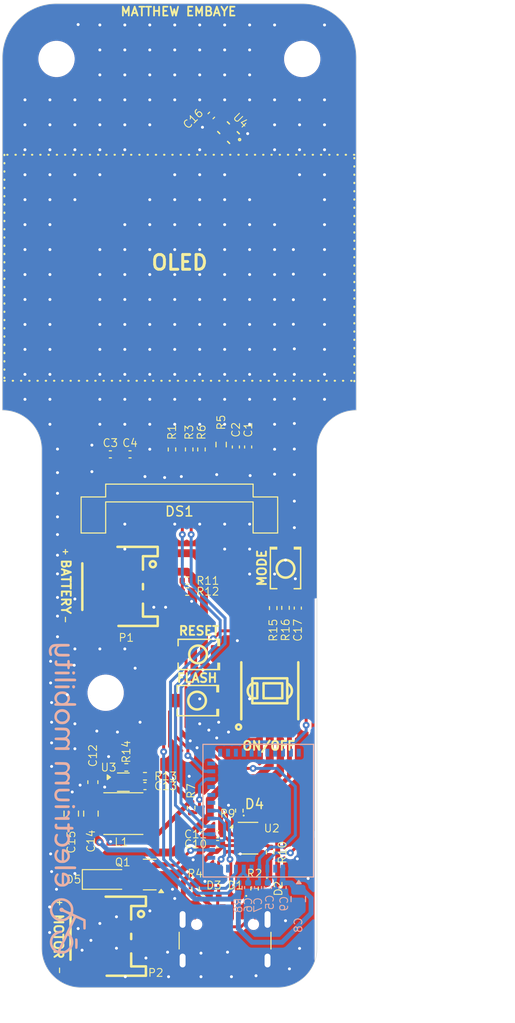
<source format=kicad_pcb>
(kicad_pcb (version 20241229) (generator "pcbnew") (generator_version "9.0")
  (layers (0 "F.Cu" signal) (2 "B.Cu" power) (13 "F.Paste" user) (15 "B.Paste" user) (5 "F.SilkS" user "F.Silkscreen") (7 "B.SilkS" user "B.Silkscreen") (1 "F.Mask" user) (3 "B.Mask" user) (25 "Edge.Cuts" user))
  (net 0 "")
  (net 1 "Net-(DS1-VDisplay)")
  (net 2 "GND")
  (net 3 "Net-(DS1-VCOMH)")
  (net 4 "Net-(DS1-C2N)")
  (net 5 "Net-(DS1-C2P)")
  (net 6 "Net-(DS1-C1N)")
  (net 7 "Net-(DS1-C1P)")
  (net 8 "/RC_Connections/RESET")
  (net 9 "+3.3V")
  (net 10 "ADC_HALLEFFECT1")
  (net 11 "ADC_BATTERYPERCENT")
  (net 12 "+USB5V")
  (net 13 "Net-(P1-Pin_1)")
  (net 14 "+VBAT")
  (net 15 "Net-(U3-BST)")
  (net 16 "Net-(U3-SW)")
  (net 17 "GPIO_MODE")
  (net 18 "USB_D+")
  (net 19 "USB_D-")
  (net 20 "Net-(D4-K)")
  (net 21 "Net-(D5-A)")
  (net 23 "Net-(DS1-Reset)")
  (net 24 "SCL_DISPLAY")
  (net 25 "Net-(DS1-IREF)")
  (net 26 "SDA_DISPLAY")
  (net 27 "Net-(J1-CC2)")
  (net 28 "Net-(J1-CC1)")
  (net 29 "GPIO_RUMBLE_CNTL")
  (net 30 "Net-(U2-STAT)")
  (net 31 "Net-(U2-PROG)")
  (net 32 "Net-(U3-FB)")
  (net 33 "Net-(R15-Pad2)")
  (net 34 "/RC_Connections/FLASH")
  (net 35 "GPIO_EN1")
  (net 41 "Net-(U1-IO8)")
  (footprint "Capacitor_SMD:C_0805_2012Metric" (layer "F.Cu") (at 114 107.3 90)
    (property "Reference" "C15")
    (property "Value" "22uF")
  )
  (footprint "MountingHole:MountingHole_3.2mm_M3" (layer "F.Cu") (at 112.5 30.5)
    (property "Reference" "H2" (hide yes))
    (property "Value" "MountingHole")
  )
  (footprint "footprints:SW-SMD_L3.9-W3.0-P4.45" (layer "F.Cu") (at 126.8 95.8)
    (property "Reference" "SW2" (hide yes))
    (property "Value" "Button")
  )
  (footprint "Capacitor_SMD:C_0402_1005Metric" (layer "F.Cu") (at 121.5 104.5 180)
    (property "Reference" "C13")
    (property "Value" "100nF")
  )
  (footprint "footprints:L_Abracon_ASPI-4030S" (layer "F.Cu") (at 119.3 107.3 180)
    (property "Reference" "L1")
    (property "Value" "3.3uH")
  )
  (footprint "Resistor_SMD:R_0603_1608Metric" (layer "F.Cu") (at 129.25 69.74 90)
    (property "Reference" "R5")
    (property "Value" "390k")
  )
  (footprint "footprints:D_0402_1005Metric" (layer "F.Cu") (at 132.635 107.5)
    (property "Reference" "D4")
    (property "Value" "LED")
  )
  (footprint "Package_TO_SOT_SMD:SOT-23" (layer "F.Cu") (at 121.985 113.5 180)
    (property "Reference" "Q1")
    (property "Value" "NMOS")
  )
  (footprint "Resistor_SMD:R_0402_1005Metric" (layer "F.Cu") (at 125.8 83.6 180)
    (property "Reference" "R11")
    (property "Value" "300")
  )
  (footprint "Capacitor_SMD:C_0603_1608Metric" (layer "F.Cu") (at 116.2 104.1 -90)
    (property "Reference" "C12")
    (property "Value" "10uF")
  )
  (footprint "Resistor_SMD:R_0402_1005Metric" (layer "F.Cu") (at 135.8 86.36 -90)
    (property "Reference" "R16")
    (property "Value" "10k")
  )
  (footprint "Resistor_SMD:R_0402_1005Metric" (layer "F.Cu") (at 134.55 86.385 90)
    (property "Reference" "R15")
    (property "Value" "10k")
  )
  (footprint "Resistor_SMD:R_0402_1005Metric" (layer "F.Cu") (at 127.25 70.24 -90)
    (property "Reference" "R6")
    (property "Value" "4.7k")
  )
  (footprint "MountingHole:MountingHole_3.2mm_M3" (layer "F.Cu") (at 117.5 95)
    (property "Reference" "H3" (hide yes))
    (property "Value" "MountingHole")
  )
  (footprint "Capacitor_SMD:C_0402_1005Metric" (layer "F.Cu") (at 119.98 70.74)
    (property "Reference" "C4")
    (property "Value" "2.2uF")
  )
  (footprint "footprints:SW-SMD_L3.9-W3.0-P4.45" (layer "F.Cu") (at 126.9 91.1)
    (property "Reference" "SW1" (hide yes))
    (property "Value" "Button")
  )
  (footprint "Package_TO_SOT_SMD:SOT-563" (layer "F.Cu") (at 119.3 104.1)
    (property "Reference" "U3")
    (property "Value" "AP62300Z6")
  )
  (footprint "Capacitor_SMD:C_0402_1005Metric" (layer "F.Cu") (at 128.25 36.25 -135)
    (property "Reference" "C16")
    (property "Value" "100nF")
  )
  (footprint "footprints:D_0402_1005Metric" (layer "F.Cu") (at 128.515 115.676295)
    (property "Reference" "D3")
    (property "Value" "6V TVS")
  )
  (footprint "footprints:CONN-SMD_2P-P2.00_XUNPU_WAFER-PH2.0-2PWB" (layer "F.Cu") (at 119.6 84.2 -90)
    (property "Reference" "P1")
    (property "Value" "JST CONN")
  )
  (footprint "footprints:D_0402_1005Metric" (layer "F.Cu") (at 133.9 114.926295 -90)
    (property "Reference" "D2")
    (property "Value" "6V TVS")
  )
  (footprint "MountingHole:MountingHole_3.2mm_M3" (layer "F.Cu") (at 137.5 30.5)
    (property "Reference" "H1" (hide yes))
    (property "Value" "MountingHole")
  )
  (footprint "Package_DFN_QFN:DFN-8-1EP_2x3mm_P0.5mm_EP0.61x2.2mm" (layer "F.Cu") (at 131.985 109.8)
    (property "Reference" "U2")
    (property "Value" "MCP73831-5-OT")
  )
  (footprint "footprints:FPC-30P-0.5mm" (layer "F.Cu") (at 125.002844 74.674494)
    (property "Reference" "DS1")
    (property "Value" "FPC 0.5mm 30P")
  )
  (footprint "footprints:CONN-SMD_2P-P2.00_XUNPU_WAFER-PH2.0-2PWB" (layer "F.Cu") (at 118.4 119.8 -90)
    (property "Reference" "P2")
    (property "Value" "JST CONN")
  )
  (footprint "Resistor_SMD:R_0402_1005Metric" (layer "F.Cu") (at 126 70.24 -90)
    (property "Reference" "R3")
    (property "Value" "4.7k")
  )
  (footprint "Capacitor_SMD:C_0402_1005Metric" (layer "F.Cu") (at 137.05 86.385 90)
    (property "Reference" "C17")
    (property "Value" "100nF")
  )
  (footprint "Resistor_SMD:R_0402_1005Metric" (layer "F.Cu") (at 126.65 114.926295 90)
    (property "Reference" "R4")
    (property "Value" "5.1k")
  )
  (footprint "footprints:SW-SMD_6P-YTSPS-22E58LM" (layer "F.Cu") (at 134.2 94.8 90)
    (property "Reference" "SW3" (hide yes))
    (property "Value" "YTSPS-22E58LM" (hide yes))
  )
  (footprint "Capacitor_SMD:C_0402_1005Metric" (layer "F.Cu") (at 132 69.99 90)
    (property "Reference" "C1")
    (property "Value" "2.2uF")
  )
  (footprint "footprints:X2SON4_DMR_TEX" (layer "F.Cu") (at 130 38 -45)
    (property "Reference" "U4")
    (property "Value" "TMAG5253")
  )
  (footprint "Capacitor_SMD:C_0402_1005Metric" (layer "F.Cu") (at 117.98 70.74)
    (property "Reference" "C3")
    (property "Value" "2.2uF")
  )
  (footprint "footprints:SW-SMD_L3.9-W3.0-P4.45" (layer "F.Cu") (at 135.8 82.385 90)
    (property "Reference" "SW4" (hide yes))
    (property "Value" "Button")
  )
  (footprint "Resistor_SMD:R_0402_1005Metric" (layer "F.Cu") (at 125.8 84.7)
    (property "Reference" "R12")
    (property "Value" "1.1k")
  )
  (footprint "Resistor_SMD:R_0402_1005Metric" (layer "F.Cu") (at 126.2 106.7 -90)
    (property "Reference" "R7")
    (property "Value" "10k")
  )
  (footprint "Resistor_SMD:R_0402_1005Metric" (layer "F.Cu") (at 134.235 111.25 -90)
    (property "Reference" "R10")
    (property "Value" "2k")
  )
  (footprint "Resistor_SMD:R_0402_1005Metric" (layer "F.Cu") (at 121.5 103.5 180)
    (property "Reference" "R13")
    (property "Value" "31.6k")
  )
  (footprint "Capacitor_SMD:C_0402_1005Metric" (layer "F.Cu") (at 130.75 69.99 90)
    (property "Reference" "C2")
    (property "Value" "2.2uF")
  )
  (footprint "footprints:D_0402_1005Metric" (layer "F.Cu") (at 130.715 115.676295 180)
    (property "Reference" "D1")
    (property "Value" "6V TVS")
  )
  (footprint "Resistor_SMD:R_0402_1005Metric" (layer "F.Cu") (at 132.65 114.926295 90)
    (property "Reference" "R2")
    (property "Value" "5.1k")
  )
  (footprint "Capacitor_SMD:C_0402_1005Metric" (layer "F.Cu") (at 128.9 110.4 180)
    (property "Reference" "C10")
    (property "Value" "4.7uF")
  )
  (footprint "Capacitor_SMD:C_0805_2012Metric" (layer "F.Cu") (at 116 107.3 90)
    (property "Reference" "C14")
    (property "Value" "22uF")
  )
  (footprint "Diode_SMD:D_SOD-123" (layer "F.Cu") (at 117.485 114)
    (property "Reference" "D5")
    (property "Value" "D_Schottky")
  )
  (footprint "Capacitor_SMD:C_0402_1005Metric" (layer "F.Cu") (at 128.88 109.4 180)
    (property "Reference" "C11")
    (property "Value" "4.7uF")
  )
  (footprint "Resistor_SMD:R_0402_1005Metric" (layer "F.Cu") (at 119.6 102.6 180)
    (property "Reference" "R14")
    (property "Value" "10k")
  )
  (footprint "Connector_USB:USB_C_Receptacle_GCT_USB4105-xx-A_16P_TopMnt_Horizontal" (layer "F.Cu") (at 129.65 121.176295)
    (property "Reference" "J1" (hide yes))
    (property "Value" "USB_C_Receptacle_USB2.0_14P")
  )
  (footprint "Resistor_SMD:R_0402_1005Metric" (layer "F.Cu") (at 124.25 70.24 -90)
    (property "Reference" "R1")
    (property "Value" "4.7k")
  )
  (footprint "Resistor_SMD:R_0402_1005Metric" (layer "F.Cu") (at 131.1 107 90)
    (property "Reference" "R9")
    (property "Value" "470")
  )
  (footprint "Capacitor_SMD:C_0402_1005Metric" (layer "B.Cu") (at 132 114.83 -90)
    (property "Reference" "C6")
    (property "Value" "100nF")
  )
  (footprint "Resistor_SMD:R_0402_1005Metric" (layer "B.Cu") (at 131 114.85 90)
    (property "Reference" "R8")
    (property "Value" "10k")
  )
  (footprint "Capacitor_SMD:C_0805_2012Metric" (layer "B.Cu") (at 137.1 116 -90)
    (property "Reference" "C8")
    (property "Value" "22uF")
  )
  (footprint "LOGO" (layer "B.Cu") (at 113.5 105.7 90)
    (property "Reference" "G***" (hide yes))
    (property "Value" "LOGO" (hide yes))
  )
  (footprint "Capacitor_SMD:C_0402_1005Metric" (layer "B.Cu") (at 135.5 114.83 -90)
    (property "Reference" "C9")
    (property "Value" "100nF")
  )
  (footprint "Capacitor_SMD:C_0402_1005Metric" (layer "B.Cu") (at 133 114.83 -90)
    (property "Reference" "C7")
    (property "Value" "100nF")
  )
  (footprint "Capacitor_SMD:C_0402_1005Metric" (layer "B.Cu") (at 134 114.83 -90)
    (property "Reference" "C5")
    (property "Value" "100nF")
  )
  (footprint "RF_Module:ESP32-C6-MINI-1" (layer "B.Cu") (at 133.15 107 90)
    (property "Reference" "U1" (hide yes))
    (property "Value" "ESP32-C6-MINI-1")
  )
  (gr_line (start 142.8 63.3) (end 142.8 40.3) (stroke (width 0.2) (type dot)) (layer "F.SilkS"))
  (gr_line (start 107.2 63.25) (end 142.8 63.25) (stroke (width 0.2) (type dot)) (layer "F.SilkS"))
  (gr_line (start 142.8 40.25) (end 107.2 40.25) (stroke (width 0.2) (type dot)) (layer "F.SilkS"))
  (gr_line (start 107.2 40.25) (end 107.2 63.25) (stroke (width 0.2) (type dot)) (layer "F.SilkS"))
  (gr_line (start 139 70.25) (end 139 121) (stroke (width 0.05)) (layer "Edge.Cuts"))
  (gr_arc (start 137.499999 24.874999) (mid 141.389087 26.485912) (end 143 30.375) (stroke (width 0.05)) (layer "Edge.Cuts"))
  (gr_arc (start 139 121) (mid 137.828427 123.828427) (end 135 125) (stroke (width 0.05)) (layer "Edge.Cuts"))
  (gr_arc (start 139 70.25) (mid 140.171573 67.421573) (end 143 66.25) (stroke (width 0.05)) (layer "Edge.Cuts"))
  (gr_arc (start 107 66.25) (mid 109.828427 67.421573) (end 111 70.25) (stroke (width 0.05)) (layer "Edge.Cuts"))
  (gr_line (start 111 121) (end 111 70.25) (stroke (width 0.05)) (layer "Edge.Cuts"))
  (gr_line (start 135 125) (end 115 125) (stroke (width 0.05)) (layer "Edge.Cuts"))
  (gr_line (start 143 30.375) (end 143 66.25) (stroke (width 0.05)) (layer "Edge.Cuts"))
  (gr_arc (start 115 125) (mid 112.171573 123.828427) (end 111 121) (stroke (width 0.05)) (layer "Edge.Cuts"))
  (gr_arc (start 107 30.375) (mid 108.610913 26.485913) (end 112.5 24.875) (stroke (width 0.05)) (layer "Edge.Cuts"))
  (gr_line (start 112.5 24.875) (end 137.5 24.875) (stroke (width 0.05)) (layer "Edge.Cuts"))
  (gr_line (start 107 66.25) (end 107 30.375) (stroke (width 0.05)) (layer "Edge.Cuts"))
  (gr_text "+" (at 112.5 115.9 270) (layer "F.SilkS") (effects (font (size 0.6 0.6) (thickness 0.12) (bold yes)) (justify left bottom)))
  (gr_text "MATTHEW EMBAYE" (at 130.9 26.2 0) (layer "F.SilkS") (effects (font (size 0.9 0.9) (thickness 0.18) (bold yes)) (justify right bottom)))
  (gr_text "ON/OFF" (at 134.1 100.4 0) (layer "F.SilkS") (effects (font (size 0.9 0.9) (thickness 0.2))))
  (gr_text "-" (at 113.1 87.1 270) (layer "F.SilkS") (effects (font (size 0.6 0.6) (thickness 0.12) (bold yes)) (justify left bottom)))
  (gr_text "MODE" (at 133.4 82.3 90) (layer "F.SilkS") (effects (font (size 0.9 0.9) (thickness 0.2))))
  (gr_text "MOTOR" (at 112.7 119.8 270) (layer "F.SilkS") (effects (font (size 0.9 0.9) (thickness 0.2))))
  (gr_text "BATTERY" (at 113.451866 84.206002 270) (layer "F.SilkS") (effects (font (size 0.9 0.9) (thickness 0.2))))
  (gr_text "OLED" (at 122 52.1 0) (layer "F.SilkS") (effects (font (size 1.5 1.5) (thickness 0.3) (bold yes)) (justify left bottom)))
  (gr_text "+" (at 113.1 80.2 270) (layer "F.SilkS") (effects (font (size 0.6 0.6) (thickness 0.12) (bold yes)) (justify left bottom)))
  (gr_text "FLASH" (at 126.8 93.5 0) (layer "F.SilkS") (effects (font (size 0.9 0.9) (thickness 0.2))))
  (gr_text "-" (at 112.5 122.8 270) (layer "F.SilkS") (effects (font (size 0.6 0.6) (thickness 0.12) (bold yes)) (justify left bottom)))
  (gr_text "RESET" (at 127 88.7 0) (layer "F.SilkS") (effects (font (size 0.9 0.9) (thickness 0.2))))
  (segment (start 131.252844 74.674494) (end 131.252844 71.217156) (width 0.3) (layer "F.Cu") (net 1))
  (segment (start 131.252844 71.217156) (end 132 70.47) (width 0.3) (layer "F.Cu") (net 1))
  (segment (start 132.252844 72.952844) (end 132.2 72.9) (width 0.3) (layer "F.Cu") (net 2))
  (segment (start 128.752844 72.847156) (end 128.8 72.8) (width 0.3) (layer "F.Cu") (net 2))
  (segment (start 125.905 117.496295) (end 125.33 118.071295) (width 0.5) (layer "F.Cu") (net 2))
  (segment (start 122.252844 74.674494) (end 122.252844 73.752844) (width 0.3) (layer "F.Cu") (net 2))
  (segment (start 125.252844 73.052844) (end 125.2 73) (width 0.3) (layer "F.Cu") (net 2))
  (segment (start 130.524904 109.55) (end 129.8 108.825096) (width 0.3) (layer "F.Cu") (net 2))
  (segment (start 132.85 117.496295) (end 133.395 117.496295) (width 0.5) (layer "F.Cu") (net 2))
  (segment (start 126.45 117.496295) (end 125.905 117.496295) (width 0.5) (layer "F.Cu") (net 2))
  (segment (start 118.5875 104.6) (end 117.4 104.6) (width 0.2) (layer "F.Cu") (net 2))
  (segment (start 133.395 117.496295) (end 133.97 118.071295) (width 0.5) (layer "F.Cu") (net 2))
  (segment (start 122.252844 73.752844) (end 121.5 73) (width 0.3) (layer "F.Cu") (net 2))
  (segment (start 131.045 109.55) (end 130.524904 109.55) (width 0.3) (layer "F.Cu") (net 2))
  (segment (start 129.8 106.65) (end 130 106.45) (width 0.3) (layer "F.Cu") (net 2))
  (segment (start 129.8 108.825096) (end 129.8 106.65) (width 0.3) (layer "F.Cu") (net 2))
  (segment (start 132.675 114.441295) (end 132.65 114.416295) (width 0.5) (layer "F.Cu") (net 2))
  (via (at 124.53 67.68) (size 0.7) (drill 0.3) (layers "F.Cu" "B.Cu") (net 2))
  (via (at 119.45 80.38) (size 0.7) (drill 0.3) (layers "F.Cu" "B.Cu") (net 2))
  (via (at 109.29 57.52) (size 0.7) (drill 0.3) (layers "F.Cu" "B.Cu") (net 2))
  (via (at 114.37 113.4) (size 0.7) (drill 0.3) (layers "F.Cu" "B.Cu") (net 2))
  (via (at 109.29 54.98) (size 0.7) (drill 0.3) (layers "F.Cu" "B.Cu") (net 2))
  (via (at 129.61 67.68) (size 0.7) (drill 0.3) (layers "F.Cu" "B.Cu") (net 2))
  (via (at 121.99 49.9) (size 0.7) (drill 0.3) (layers "F.Cu" "B.Cu") (net 2))
  (via (at 132.15 62.6) (size 0.7) (drill 0.3) (layers "F.Cu" "B.Cu") (net 2))
  (via (at 121.99 70.22) (size 0.7) (drill 0.3) (layers "F.Cu" "B.Cu") (net 2))
  (via (at 139.77 39.74) (size 0.7) (drill 0.3) (layers "F.Cu" "B.Cu") (net 2))
  (via (at 124.53 54.98) (size 0.7) (drill 0.3) (layers "F.Cu" "B.Cu") (net 2))
  (via (at 114.37 90.54) (size 0.7) (drill 0.3) (layers "F.Cu" "B.Cu") (net 2))
  (via (at 116.1 72.5) (size 0.7) (drill 0.3) (layers "F.Cu" "B.Cu") (net 2))
  (via (at 116.91 65.14) (size 0.7) (drill 0.3) (layers "F.Cu" "B.Cu") (net 2))
  (via (at 121.99 47.36) (size 0.7) (drill 0.3) (layers "F.Cu" "B.Cu") (net 2))
  (via (at 137.23 34.66) (size 0.7) (drill 0.3) (layers "F.Cu" "B.Cu") (net 2))
  (via (at 122.4 86.3) (size 0.7) (drill 0.3) (layers "F.Cu" "B.Cu") (net 2))
  (via (at 136.7 67.6) (size 0.7) (drill 0.3) (layers "F.Cu" "B.Cu") (net 2))
  (via (at 126.105025 99.894975) (size 0.7) (drill 0.3) (layers "F.Cu" "B.Cu") (net 2))
  (via (at 129.61 80.38) (size 0.7) (drill 0.3) (layers "F.Cu" "B.Cu") (net 2))
  (via (at 134.69 82.92) (size 0.7) (drill 0.3) (layers "F.Cu" "B.Cu") (net 2))
  (via (at 121.99 54.98) (size 0.7) (drill 0.3) (layers "F.Cu" "B.Cu") (net 2))
  (via (at 121.99 65.14) (size 0.7) (drill 0.3) (layers "F.Cu" "B.Cu") (net 2))
  (via (at 139.77 52.44) (size 0.7) (drill 0.3) (layers "F.Cu" "B.Cu") (net 2))
  (via (at 114.9 104.4) (size 0.7) (drill 0.3) (layers "F.Cu" "B.Cu") (net 2))
  (via (at 109.29 60.06) (size 0.7) (drill 0.3) (layers "F.Cu" "B.Cu") (net 2))
  (via (at 129.61 57.52) (size 0.7) (drill 0.3) (layers "F.Cu" "B.Cu") (net 2))
  (via (at 112.6 70.2) (size 0.7) (drill 0.3) (layers "F.Cu" "B.Cu") (net 2))
  (via (at 136.8 83.4) (size 0.7) (drill 0.3) (layers "F.Cu" "B.Cu") (net 2))
  (via (at 134.69 37.2) (size 0.7) (drill 0.3) (layers "F.Cu" "B.Cu") (net 2))
  (via (at 111.83 57.52) (size 0.7) (drill 0.3) (layers "F.Cu" "B.Cu") (net 2))
  (via (at 127.07 39.74) (size 0.7) (drill 0.3) (layers "F.Cu" "B.Cu") (net 2))
  (via (at 124.53 60.06) (size 0.7) (drill 0.3) (layers "F.Cu" "B.Cu") (net 2))
  (via (at 123.9 123.9) (size 0.7) (drill 0.3) (layers "F.Cu" "B.Cu") (net 2))
  (via (at 136.6 52.4) (size 0.7) (drill 0.3) (layers "F.Cu" "B.Cu") (net 2))
  (via (at 116.91 57.52) (size 0.7) (drill 0.3) (layers "F.Cu" "B.Cu") (net 2))
  (via (at 132.15 80.38) (size 0.7) (drill 0.3) (layers "F.Cu" "B.Cu") (net 2))
  (via (at 119.45 90.54) (size 0.7) (drill 0.3) (layers "F.Cu" "B.Cu") (net 2))
  (via (at 136.7 72.8) (size 0.7) (drill 0.3) (layers "F.Cu" "B.Cu") (net 2))
  (via (at 134.69 67.68) (size 0.7) (drill 0.3) (layers "F.Cu" "B.Cu") (net 2))
  (via (at 114.37 85.46) (size 0.7) (drill 0.3) (layers "F.Cu" "B.Cu") (net 2))
  (via (at 112.6 87.2) (size 0.7) (drill 0.3) (layers "F.Cu" "B.Cu") (net 2))
  (via (at 124.3 115) (size 0.7) (drill 0.3) (layers "F.Cu" "B.Cu") (net 2))
  (via (at 130 106.45) (size 0.7) (drill 0.3) (layers "F.Cu" "B.Cu") (net 2))
  (via (at 139.77 65.14) (size 0.7) (drill 0.3) (layers "F.Cu" "B.Cu") (net 2))
  (via (at 109.29 34.66) (size 0.7) (drill 0.3) (layers "F.Cu" "B.Cu") (net 2))
  (via (at 116 120.2) (size 0.7) (drill 0.3) (layers "F.Cu" "B.Cu") (net 2))
  (via (at 119.45 65.14) (size 0.7) (drill 0.3) (layers "F.Cu" "B.Cu") (net 2))
  (via (at 116.91 67.68) (size 0.7) (drill 0.3) (layers "F.Cu" "B.Cu") (net 2))
  (via (at 136.7 60) (size 0.7) (drill 0.3) (layers "F.Cu" "B.Cu") (net 2))
  (via (at 111.8 116.8) (size 0.7) (drill 0.3) (layers "F.Cu" "B.Cu") (net 2))
  (via (at 139.77 57.52) (size 0.7) (drill 0.3) (layers "F.Cu" "B.Cu") (net 2))
  (via (at 136.6 57.5) (size 0.7) (drill 0.3) (layers "F.Cu" "B.Cu") (net 2))
  (via (at 132.2 72.9) (size 0.7) (drill 0.3) (layers "F.Cu" "B.Cu") (net 2))
  (via (at 119.45 39.74) (size 0.7) (drill 0.3) (layers "F.Cu" "B.Cu") (net 2))
  (via (at 116.1 69.8) (size 0.7) (drill 0.3) (layers "F.Cu" "B.Cu") (net 2))
  (via (at 132.15 60.06) (size 0.7) (drill 0.3) (layers "F.Cu" "B.Cu") (net 2))
  (via (at 116.91 90.54) (size 0.7) (drill 0.3) (layers "F.Cu" "B.Cu") (net 2))
  (via (at 130.3 123.9) (size 0.7) (drill 0.3) (layers "F.Cu" "B.Cu") (net 2))
  (via (at 114.7 119) (size 0.7) (drill 0.3) (layers "F.Cu" "B.Cu") (net 2))
  (via (at 114.3 92.2) (size 0.7) (drill 0.3) (layers "F.Cu" "B.Cu") (net 2))
  (via (at 112 102.5) (size 0.7) (drill 0.3) (layers "F.Cu" "B.Cu") (net 2))
  (via (at 124.53 57.52) (size 0.7) (drill 0.3) (layers "F.Cu" "B.Cu") (net 2))
  (via (at 129.61 54.98) (size 0.7) (drill 0.3) (layers "F.Cu" "B.Cu") (net 2))
  (via (at 123.8 121.4) (size 0.7) (drill 0.3) (layers "F.Cu" "B.Cu") (net 2))
  (via (at 121.5 73) (size 0.7) (drill 0.3) (layers "F.Cu" "B.Cu") (net 2))
  (via (at 128 98.8) (size 0.7) (drill 0.3) (layers "F.Cu" "B.Cu") (net 2))
  (via (at 124.53 47.36) (size 0.7) (drill 0.3) (layers "F.Cu" "B.Cu") (net 2))
  (via (at 116.91 49.9) (size 0.7) (drill 0.3) (layers "F.Cu" "B.Cu") (net 2))
  (via (at 112.6 89.3) (size 0.7) (drill 0.3) (layers "F.Cu" "B.Cu") (net 2))
  (via (at 121.99 60.06) (size 0.7) (drill 0.3) (layers "F.Cu" "B.Cu") (net 2))
  (via (at 111.83 34.66) (size 0.7) (drill 0.3) (layers "F.Cu" "B.Cu") (net 2))
  (via (at 134.69 54.98) (size 0.7) (drill 0.3) (layers "F.Cu" "B.Cu") (net 2))
  (via (at 124.53 52.44) (size 0.7) (drill 0.3) (layers "F.Cu" "B.Cu") (net 2))
  (via (at 113.6 95.2) (size 0.7) (drill 0.3) (layers "F.Cu" "B.Cu") (net 2))
  (via (at 114.1 105.1) (size 0.7) (drill 0.3) (layers "F.Cu" "B.Cu") (net 2))
  (via (at 136.6 55) (size 0.7) (drill 0.3) (layers "F.Cu" "B.Cu") (net 2))
  (via (at 121.99 27.04) (size 0.7) (drill 0.3) (layers "F.Cu" "B.Cu") (net 2))
  (via (at 121.99 62.6) (size 0.7) (drill 0.3) (layers "F.Cu" "B.Cu") (net 2))
  (via (at 132.8 123.8) (size 0.7) (drill 0.3) (layers "F.Cu" "B.Cu") (net 2))
  (via (at 111.83 44.82) (size 0.7) (drill 0.3) (layers "F.Cu" "B.Cu") (net 2))
  (via (at 123.5 73.1) (size 0.7) (drill 0.3) (layers "F.Cu" "B.Cu") (net 2))
  (via (at 132.15 57.52) (size 0.7) (drill 0.3) (layers "F.Cu" "B.Cu") (net 2))
  (via (at 127.2 123.9) (size 0.7) (drill 0.3) (layers "F.Cu" "B.Cu") (net 2))
  (via (at 112.6 81) (size 0.7) (drill 0.3) (layers "F.Cu" "B.Cu") (net 2))
  (via (at 121.99 34.66) (size 0.7) (drill 0.3) (layers "F.Cu" "B.Cu") (net 2))
  (via (at 124.53 42.28) (size 0.7) (drill 0.3) (layers "F.Cu" "B.Cu") (net 2))
  (via (at 132.15 29.58) (size 0.7) (drill 0.3) (layers "F.Cu" "B.Cu") (net 2))
  (via (at 127.07 77.84) (size 0.7) (drill 0.3) (layers "F.Cu" "B.Cu") (net 2))
  (via (at 139.77 44.82) (size 0.7) (drill 0.3) (layers "F.Cu" "B.Cu") (net 2))
  (via (at 127.07 47.36) (size 0.7) (drill 0.3) (layers "F.Cu" "B.Cu") (net 2))
  (via (at 129.61 34.66) (size 0.7) (drill 0.3) (layers "F.Cu" "B.Cu") (net 2))
  (via (at 111.83 54.98) (size 0.7) (drill 0.3) (layers "F.Cu" "B.Cu") (net 2))
  (via (at 139.77 34.66) (size 0.7) (drill 0.3) (layers "F.Cu" "B.Cu") (net 2))
  (via (at 136.7 62.6) (size 0.7) (drill 0.3) (layers "F.Cu" "B.Cu") (net 2))
  (via (at 109.29 42.28) (size 0.7) (drill 0.3) (layers "F.Cu" "B.Cu") (net 2))
  (via (at 129.61 27.04) (size 0.7) (drill 0.3) (layers "F.Cu" "B.Cu") (net 2))
  (via (at 111.83 47.36) (size 0.7) (drill 0.3) (layers "F.Cu" "B.Cu") (net 2))
  (via (at 132.15 32.12) (size 0.7) (drill 0.3) (layers "F.Cu" "B.Cu") (net 2))
  (via (at 112.6 77.1) (size 0.7) (drill 0.3) (layers "F.Cu" "B.Cu") (net 2))
  (via (at 121.99 29.58) (size 0.7) (drill 0.3) (layers "F.Cu" "B.Cu") (net 2))
  (via (at 114.37 34.66) (size 0.7) (drill 0.3) (layers "F.Cu" "B.Cu") (net 2))
  (via (at 121.99 57.52) (size 0.7) (drill 0.3) (layers "F.Cu" "B.Cu") (net 2))
  (via (at 119.45 52.44) (size 0.7) (drill 0.3) (layers "F.Cu" "B.Cu") (net 2))
  (via (at 129.61 60.06) (size 0.7) (drill 0.3) (layers "F.Cu" "B.Cu") (net 2))
  (via (at 112 113.2) (size 0.7) (drill 0.3) (layers "F.Cu" "B.Cu") (net 2))
  (via (at 112 100.1) (size 0.7) (drill 0.3) (layers "F.Cu" "B.Cu") (net 2))
  (via (at 135.8 81.5) (size 0.7) (drill 0.3) (layers "F.Cu" "B.Cu") (net 2))
  (via (at 132.15 82.92) (size 0.7) (drill 0.3) (layers "F.Cu" "B.Cu") (net 2))
  (via (at 118.7 99) (size 0.7) (drill 0.3) (layers "F.Cu" "B.Cu") (net 2))
  (via (at 111.83 60.06) (size 0.7) (drill 0.3) (layers "F.Cu" "B.Cu") (net 2))
  (via (at 132.15 54.98) (size 0.7) (drill 0.3) (layers "F.Cu" "B.Cu") (net 2))
  (via (at 111.83 49.9) (size 0.7) (drill 0.3) (layers "F.Cu" "B.Cu") (net 2))
  (via (at 116.91 32.12) (size 0.7) (drill 0.3) (layers "F.Cu" "B.Cu") (net 2))
  (via (at 124.53 44.82) (size 0.7) (drill 0.3) (layers "F.Cu" "B.Cu") (net 2))
  (via (at 139.77 42.28) (size 0.7) (drill 0.3) (layers "F.Cu" "B.Cu") (net 2))
  (via (at 116.91 29.58) (size 0.7) (drill 0.3) (layers "F.Cu" "B.Cu") (net 2))
  (via (at 126 103.5) (size 0.7) (drill 0.3) (layers "F.Cu" "B.Cu") (net 2))
  (via (at 134.69 62.6) (size 0.7) (drill 0.3) (layers "F.Cu" "B.Cu") (net 2))
  (via (at 109.29 52.44) (size 0.7) (drill 0.3) (layers "F.Cu" "B.Cu") (net 2))
  (via (at 127.07 65.14) (size 0.7) (drill 0.3) (layers "F.Cu" "B.Cu") (net 2))
  (via (at 119.45 47.36) (size 0.7) (drill 0.3) (layers "F.Cu" "B.Cu") (net 2))
  (via (at 111.8 119.4) (size 0.7) (drill 0.3) (layers "F.Cu" "B.Cu") (net 2))
  (via (at 119.45 29.58) (size 0.7) (drill 0.3) (layers "F.Cu" "B.Cu") (net 2))
  (via (at 111.9 94) (size 0.7) (drill 0.3) (layers "F.Cu" "B.Cu") (net 2))
  (via (at 124.53 62.6) (size 0.7) (drill 0.3) (layers "F.Cu" "B.Cu") (net 2))
  (via (at 139.77 37.2) (size 0.7) (drill 0.3) (layers "F.Cu" "B.Cu") (net 2))
  (via (at 115.1 121.2) (size 0.7) (drill 0.3) (layers "F.Cu" "B.Cu") (net 2))
  (via (at 109.29 37.2) (size 0.7) (drill 0.3) (layers "F.Cu" "B.Cu") (net 2))
  (via (at 109.29 62.6) (size 0.7) (drill 0.3) (layers "F.Cu" "B.Cu") (net 2))
  (via (at 111.9 91.8) (size 0.7) (drill 0.3) (layers "F.Cu" "B.Cu") (net 2))
  (via (at 111.83 39.74) (size 0.7) (drill 0.3) (layers "F.Cu" "B.Cu") (net 2))
  (via (at 116.91 27.04) (size 0.7) (drill 0.3) (layers "F.Cu" "B.Cu") (net 2))
  (via (at 116.91 60.06) (size 0.7) (drill 0.3) (layers "F.Cu" "B.Cu") (net 2))
  (via (at 139.77 27.04) (size 0.7) (drill 0.3) (layers "F.Cu" "B.Cu") (net 2))
  (via (at 135.8 118.2) (size 0.7) (drill 0.3) (layers "F.Cu" "B.Cu") (net 2))
  (via (at 129.61 47.36) (size 0.7) (drill 0.3) (layers "F.Cu" "B.Cu") (net 2))
  (via (at 127.07 42.28) (size 0.7) (drill 0.3) (layers "F.Cu" "B.Cu") (net 2))
  (via (at 116.91 62.6) (size 0.7) (drill 0.3) (layers "F.Cu" "B.Cu") (net 2))
  (via (at 134.69 72.76) (size 0.7) (drill 0.3) (layers "F.Cu" "B.Cu") (net 2))
  (via (at 129.61 29.58) (size 0.7) (drill 0.3) (layers "F.Cu" "B.Cu") (net 2))
  (via (at 136.7 75.5) (size 0.7) (drill 0.3) (layers "F.Cu" "B.Cu") (net 2))
  (via (at 129.61 49.9) (size 0.7) (drill 0.3) (layers "F.Cu" "B.Cu") (net 2))
  (via (at 138.1 113.9) (size 0.7) (drill 0.3) (layers "F.Cu" "B.Cu") (net 2))
  (via (at 132.15 47.36) (size 0.7) (drill 0.3) (layers "F.Cu" "B.Cu") (net 2))
  (via (at 119.45 34.66) (size 0.7) (drill 0.3) (layers "F.Cu" "B.Cu") (net 2))
  (via (at 119.45 60.06) (size 0.7) (drill 0.3) (layers "F.Cu" "B.Cu") (net 2))
  (via (at 129.61 65.14) (size 0.7) (drill 0.3) (layers "F.Cu" "B.Cu") (net 2))
  (via (at 130 99) (size 0.7) (drill 0.3) (layers "F.Cu" "B.Cu") (net 2))
  (via (at 119.45 67.68) (size 0.7) (drill 0.3) (layers "F.Cu" "B.Cu") (net 2))
  (via (at 119.45 37.2) (size 0.7) (drill 0.3) (layers "F.Cu" "B.Cu") (net 2))
  (via (at 121.99 44.82) (size 0.7) (drill 0.3) (layers "F.Cu" "B.Cu") (net 2))
  (via (at 116.91 118.48) (size 0.7) (drill 0.3) (layers "F.Cu" "B.Cu") (net 2))
  (via (at 111.83 67.68) (size 0.7) (drill 0.3) (layers "F.Cu" "B.Cu") (net 2))
  (via (at 134.69 47.36) (size 0.7) (drill 0.3) (layers "F.Cu" "B.Cu") (net 2))
  (via (at 124.53 65.14) (size 0.7) (drill 0.3) (layers "F.Cu" "B.Cu") (net 2))
  (via (at 121.99 52.44) (size 0.7) (drill 0.3) (layers "F.Cu" "B.Cu") (net 2))
  (via (at 118.6 121) (size 0.7) (drill 0.3) (layers "F.Cu" "B.Cu") (net 2))
  (via (at 137.23 121.02) (size 0.7) (drill 0.3) (layers "F.Cu" "B.Cu") (net 2))
  (via (at 119.45 57.52) (size 0.7) (drill 0.3) (layers "F.Cu" "B.Cu") (net 2))
  (via (at 134.69 27.04) (size 0.7) (drill 0.3) (layers "F.Cu" "B.Cu") (net 2))
  (via (at 114.37 44.82) (size 0.7) (drill 0.3) (layers "F.Cu" "B.Cu") (net 2))
  (via (at 132.15 34.66) (size 0.7) (drill 0.3) (layers "F.Cu" "B.Cu") (net 2))
  (via (at 109.29 44.82) (size 0.7) (drill 0.3) (layers "F.Cu" "B.Cu") (net 2))
  (via (at 111.83 52.44) (size 0.7) (drill 0.3) (layers "F.Cu" "B.Cu") (net 2))
  (via (at 122 117.2) (size 0.7) (drill 0.3) (layers "F.Cu" "B.Cu") (net 2))
  (via (at 121.99 37.2) (size 0.7) (drill 0.3) (layers "F.Cu" "B.Cu") (net 2))
  (via (at 112 96) (size 0.7) (drill 0.3) (layers "F.Cu" "B.Cu") (net 2))
  (via (at 127.07 27.04) (size 0.7) (drill 0.3) (layers "F.Cu" "B.Cu") (net 2))
  (via (at 109.29 65.14) (size 0.7) (drill 0.3) (layers "F.Cu" "B.Cu") (net 2))
  (via (at 109.29 49.9) (size 0.7) (drill 0.3) (layers "F.Cu" "B.Cu") (net 2))
  (via (at 139.77 54.98) (size 0.7) (drill 0.3) (layers "F.Cu" "B.Cu") (net 2))
  (via (at 137 111.9) (size 0.7) (drill 0.3) (layers "F.Cu" "B.Cu") (net 2))
  (via (at 134.69 70.22) (size 0.7) (drill 0.3) (layers "F.Cu" "B.Cu") (net 2))
  (via (at 127.07 49.9) (size 0.7) (drill 0.3) (layers "F.Cu" "B.Cu") (net 2))
  (via (at 127.07 54.98) (size 0.7) (drill 0.3) (layers "F.Cu" "B.Cu") (net 2))
  (via (at 112.6 78.9) (size 0.7) (drill 0.3) (layers "F.Cu" "B.Cu") (net 2))
  (via (at 114.37 39.74) (size 0.7) (drill 0.3) (layers "F.Cu" "B.Cu") (net 2))
  (via (at 127.07 34.66) (size 0.7) (drill 0.3) (layers "F.Cu" "B.Cu") (net 2))
  (via (at 109.29 47.36) (size 0.7) (drill 0.3) (layers "F.Cu" "B.Cu") (net 2))
  (via (at 129.61 77.84) (size 0.7) (drill 0.3) (layers "F.Cu" "B.Cu") (net 2))
  (via (at 128.8 72.8) (size 0.7) (drill 0.3) (layers "F.Cu" "B.Cu") (net 2))
  (via (at 127.07 62.6) (size 0.7) (drill 0.3) (layers "F.Cu" "B.Cu") (net 2))
  (via (at 127.2 121.5) (size 0.7) (drill 0.3) (layers "F.Cu" "B.Cu") (net 2))
  (via (at 114.37 42.28) (size 0.7) (drill 0.3) (layers "F.Cu" "B.Cu") (net 2))
  (via (at 139.77 47.36) (size 0.7) (drill 0.3) (layers "F.Cu" "B.Cu") (net 2))
  (via (at 139.77 60.06) (size 0.7) (drill 0.3) (layers "F.Cu" "B.Cu") (net 2))
  (via (at 117.4 104.6) (size 0.7) (drill 0.3) (layers "F.Cu" "B.Cu") (net 2))
  (via (at 119.45 49.9) (size 0.7) (drill 0.3) (layers "F.Cu" "B.Cu") (net 2))
  (via (at 118.6 117.8) (size 0.7) (drill 0.3) (layers "F.Cu" "B.Cu") (net 2))
  (via (at 124.53 27.04) (size 0.7) (drill 0.3) (layers "F.Cu" "B.Cu") (net 2))
  (via (at 127.35 37.45) (size 0.7) (drill 0.3) (layers "F.Cu" "B.Cu") (net 2))
  (via (at 128.8 99.6) (size 0.7) (drill 0.3) (layers "F.Cu" "B.Cu") (net 2))
  (via (at 134.69 52.44) (size 0.7) (drill 0.3) (layers "F.Cu" "B.Cu") (net 2))
  (via (at 121.99 67.68) (size 0.7) (drill 0.3) (layers "F.Cu" "B.Cu") (net 2))
  (via (at 117.8 101.5) (size 0.7) (drill 0.3) (layers "F.Cu" "B.Cu") (net 2))
  (via (at 137.23 42.28) (size 0.7) (drill 0.3) (layers "F.Cu" "B.Cu") (net 2))
  (via (at 129.61 44.82) (size 0.7) (drill 0.3) (layers "F.Cu" "B.Cu") (net 2))
  (via (at 121.99 32.12) (size 0.7) (drill 0.3) (layers "F.Cu" "B.Cu") (net 2))
  (via (at 112.5 115) (size 0.7) (drill 0.3) (layers "F.Cu" "B.Cu") (net 2))
  (via (at 116.91 34.66) (size 0.7) (drill 0.3) (layers "F.Cu" "B.Cu") (net 2))
  (via (at 119.45 77.84) (size 0.7) (drill 0.3) (layers "F.Cu" "B.Cu") (net 2))
  (via (at 111.83 62.6) (size 0.7) (drill 0.3) (layers "F.Cu" "B.Cu") (net 2))
  (via (at 127.07 32.12) (size 0.7) (drill 0.3) (layers "F.Cu" "B.Cu") (net 2))
  (via (at 126.4 112) (size 0.7) (drill 0.3) (layers "F.Cu" "B.Cu") (net 2))
  (via (at 127.07 52.44) (size 0.7) (drill 0.3) (layers "F.Cu" "B.Cu") (net 2))
  (via (at 132.15 27.04) (size 0.7) (drill 0.3) (layers "F.Cu" "B.Cu") (net 2))
  (via (at 131.2 111.4) (size 0.7) (drill 0.3) (layers "F.Cu" "B.Cu") (net 2))
  (via (at 111.83 65.14) (size 0.7) (drill 0.3) (layers "F.Cu" "B.Cu") (net 2))
  (via (at 121.6 122) (size 0.7) (drill 0.3) (layers "F.Cu" "B.Cu") (net 2))
  (via (at 112.6 85.3) (size 0.7) (drill 0.3) (layers "F.Cu" "B.Cu") (net 2))
  (via (at 127.07 29.58) (size 0.7) (drill 0.3) (layers "F.Cu" "B.Cu") (net 2))
  (via (at 124.53 77.84) (size 0.7) (drill 0.3) (layers "F.Cu" "B.Cu") (net 2))
  (via (at 134.69 57.52) (size 0.7) (drill 0.3) (layers "F.Cu" "B.Cu") (net 2))
  (via (at 126.25 85.7) (size 0.7) (drill 0.3) (layers "F.Cu" "B.Cu") (net 2))
  (via (at 129.61 42.28) (size 0.7) (drill 0.3) (layers "F.Cu" "B.Cu") (net 2))
  (via (at 134.69 49.9) (size 0.7) (drill 0.3) (layers "F.Cu" "B.Cu") (net 2))
  (via (at 124.53 49.9) (size 0.7) (drill 0.3) (layers "F.Cu" "B.Cu") (net 2))
  (via (at 129 98) (size 0.7) (drill 0.3) (layers "F.Cu" "B.Cu") (net 2))
  (via (at 137.23 39.74) (size 0.7) (drill 0.3) (layers "F.Cu" "B.Cu") (net 2))
  (via (at 136.2 123.1) (size 0.7) (drill 0.3) (layers "F.Cu" "B.Cu") (net 2))
  (via (at 114.37 100.7) (size 0.7) (drill 0.3) (layers "F.Cu" "B.Cu") (net 2))
  (via (at 114.37 37.2) (size 0.7) (drill 0.3) (layers "F.Cu" "B.Cu") (net 2))
  (via (at 127.6 114.2) (size 0.7) (drill 0.3) (layers "F.Cu" "B.Cu") (net 2))
  (via (at 127.07 98.16) (size 0.7) (drill 0.3) (layers "F.Cu" "B.Cu") (net 2))
  (via (at 116.91 39.74) (size 0.7) (drill 0.3) (layers "F.Cu" "B.Cu") (net 2))
  (via (at 114.7 27) (size 0.7) (drill 0.3) (layers "F.Cu" "B.Cu") (net 2))
  (via (at 137.23 37.2) (size 0.7) (drill 0.3) (layers "F.Cu" "B.Cu") (net 2))
  (via (at 129.61 32.12) (size 0.7) (drill 0.3) (layers "F.Cu" "B.Cu") (net 2))
  (via (at 129.61 62.6) (size 0.7) (drill 0.3) (layers "F.Cu" "B.Cu") (net 2))
  (via (at 134.69 60.06) (size 0.7) (drill 0.3) (layers "F.Cu" "B.Cu") (net 2))
  (via (at 111.9 111.4) (size 0.7) (drill 0.3) (layers "F.Cu" "B.Cu") (net 2))
  (via (at 124.53 115.94) (size 0.7) (drill 0.3) (layers "F.Cu" "B.Cu") (net 2))
  (via (at 112.6 82.9) (size 0.7) (drill 0.3) (layers "F.Cu" "B.Cu") (net 2))
  (via (at 134.69 65.14) (size 0.7) (drill 0.3) (layers "F.Cu" "B.Cu") (net 2))
  (via (at 119.45 54.98) (size 0.7) (drill 0.3) (layers "F.Cu" "B.Cu") (net 2))
  (via (at 132.15 65.14) (size 0.7) (drill 0.3) (layers "F.Cu" "B.Cu") (net 2))
  (via (at 111.83 42.28) (size 0.7) (drill 0.3) (layers "F.Cu" "B.Cu") (net 2))
  (via (at 116.6 98.9) (size 0.7) (drill 0.3) (layers "F.Cu" "B.Cu") (net 2))
  (via (at 136.6 49.9) (size 0.7) (drill 0.3) (layers "F.Cu" "B.Cu") (net 2))
  (via (at 127.07 57.52) (size 0.7) (drill 0.3) (layers "F.Cu" "B.Cu") (net 2))
  (via (at 127.07 60.06) (size 0.7) (drill 0.3) (layers "F.Cu" "B.Cu") (net 2))
  (via (at 119.45 32.12) (size 0.7) (drill 0.3) (layers "F.Cu" "B.Cu") (net 2))
  (via (at 119.45 62.6) (size 0.7) (drill 0.3) (layers "F.Cu" "B.Cu") (net 2))
  (via (at 127.07 67.68) (size 0.7) (drill 0.3) (layers "F.Cu" "B.Cu") (net 2))
  (via (at 111.83 37.2) (size 0.7) (drill 0.3) (layers "F.Cu" "B.Cu") (net 2))
  (via (at 134.69 34.66) (size 0.7) (drill 0.3) (layers "F.Cu" "B.Cu") (net 2))
  (via (at 112.6 74.7) (size 0.7) (drill 0.3) (layers "F.Cu" "B.Cu") (net 2))
  (via (at 136.7 78.2) (size 0.7) (drill 0.3) (layers "F.Cu" "B.Cu") (net 2))
  (via (at 129.9 121.4) (size 0.7) (drill 0.3) (layers "F.Cu" "B.Cu") (net 2))
  (via (at 136.7 65.1) (size 0.7) (drill 0.3) (layers "F.Cu" "B.Cu") (net 2))
  (via (at 109.29 39.74) (size 0.7) (drill 0.3) (layers "F.Cu" "B.Cu") (net 2))
  (via (at 131.95 38.1) (size 0.7) (drill 0.3) (layers "F.Cu" "B.Cu") (net 2))
  (via (at 119.5 123.9) (size 0.7) (drill 0.3) (layers "F.Cu" "B.Cu") (net 2))
  (via (at 124.53 32.12) (size 0.7) (drill 0.3) (layers "F.Cu" "B.Cu") (net 2))
  (via (at 134.69 39.74) (size 0.7) (drill 0.3) (layers "F.Cu" "B.Cu") (net 2))
  (via (at 119.45 27.04) (size 0.7) (drill 0.3) (layers "F.Cu" "B.Cu") (net 2))
  (via (at 132.15 95.62) (size 0.7) (drill 0.3) (layers "F.Cu" "B.Cu") (net 2))
  (via (at 124.53 29.58) (size 0.7) (drill 0.3) (layers "F.Cu" "B.Cu") (net 2))
  (via (at 132.15 52.44) (size 0.7) (drill 0.3) (layers "F.Cu" "B.Cu") (net 2))
  (via (at 123.6 86.3) (size 0.7) (drill 0.3) (layers "F.Cu" "B.Cu") (net 2))
  (via (at 116.91 42.28) (size 0.7) (drill 0.3) (layers "F.Cu" "B.Cu") (net 2))
  (via (at 130.9 89.7) (size 0.7) (drill 0.3) (layers "F.Cu" "B.Cu") (net 2))
  (via (at 114.37 98.16) (size 0.7) (drill 0.3) (layers "F.Cu" "B.Cu") (net 2))
  (via (at 124.53 34.66) (size 0.7) (drill 0.3) (layers "F.Cu" "B.Cu") (net 2))
  (via (at 112.6 72.6) (size 0.7) (drill 0.3) (layers "F.Cu" "B.Cu") (net 2))
  (via (at 121 98) (size 0.7) (drill 0.3) (layers "F.Cu" "B.Cu") (net 2))
  (via (at 116.91 52.44) (size 0.7) (drill 0.3) (layers "F.Cu" "B.Cu") (net 2))
  (via (at 132.15 67.68) (size 0.7) (drill 0.3) (layers "F.Cu" "B.Cu") (net 2))
  (via (at 127.07 95.62) (size 0.7) (drill 0.3) (layers "F.Cu" "B.Cu") (net 2))
  (via (at 136.7 70.2) (size 0.7) (drill 0.3) (layers "F.Cu" "B.Cu") (net 2))
  (via (at 127.07 44.82) (size 0.7) (drill 0.3) (layers "F.Cu" "B.Cu") (net 2))
  (via (at 129.61 52.44) (size 0.7) (drill 0.3) (layers "F.Cu" "B.Cu") (net 2))
  (via (at 116.91 54.98) (size 0.7) (drill 0.3) (layers "F.Cu" "B.Cu") (net 2))
  (via (at 132.15 49.9) (size 0.7) (drill 0.3) (layers "F.Cu" "B.Cu") (net 2))
  (via (at 112 98) (size 0.7) (drill 0.3) (layers "F.Cu" "B.Cu") (net 2))
  (via (at 126.8 100.6) (size 0.7) (drill 0.3) (layers "F.Cu" "B.Cu") (net 2))
  (via (at 132.15 44.82) (size 0.7) (drill 0.3) (layers "F.Cu" "B.Cu") (net 2))
  (via (at 132.15 77.84) (size 0.7) (drill 0.3) (layers "F.Cu" "B.Cu") (net 2))
  (via (at 139.77 49.9) (size 0.7) (drill 0.3) (layers "F.Cu" "B.Cu") (net 2))
  (via (at 139.77 62.6) (size 0.7) (drill 0.3) (layers "F.Cu" "B.Cu") (net 2))
  (via (at 118 110.15) (size 0.7) (drill 0.3) (layers "F.Cu" "B.Cu") (net 2))
  (via (at 125.2 73) (size 0.7) (drill 0.3) (layers "F.Cu" "B.Cu") (net 2))
  (via (at 116.91 37.2) (size 0.7) (drill 0.3) (layers "F.Cu" "B.Cu") (net 2))
  (via (at 120.5 92.5) (size 0.7) (drill 0.3) (layers "F.Cu" "B.Cu") (net 2))
  (segment (start 137.1 116.95) (end 135.091295 116.95) (width 0.8) (layer "B.Cu") (net 2))
  (segment (start 135.091295 116.95) (end 133.97 118.071295) (width 0.8) (layer "B.Cu") (net 2))
  (segment (start 138.1 112.95) (end 138.05 112.95) (width 0.5) (layer "B.Cu") (net 2))
  (segment (start 130.752844 70.472844) (end 130.75 70.47) (width 0.3) (layer "F.Cu") (net 3))
  (segment (start 130.752844 74.674494) (end 130.752844 70.472844) (width 0.3) (layer "F.Cu") (net 3))
  (segment (start 118.752844 74.674494) (end 118.752844 71.032844) (width 0.3) (layer "F.Cu") (net 4))
  (segment (start 118.752844 71.032844) (end 118.46 70.74) (width 0.3) (layer "F.Cu") (net 4))
  (segment (start 117.5 72.84665) (end 118.252844 73.599494) (width 0.3) (layer "F.Cu") (net 5))
  (segment (start 118.252844 73.599494) (end 118.252844 74.674494) (width 0.3) (layer "F.Cu") (net 5))
  (segment (start 117.5 72.84665) (end 117.5 70.74) (width 0.3) (layer "F.Cu") (net 5))
  (segment (start 119.752844 73.649494) (end 119.752844 74.674494) (width 0.3) (layer "F.Cu") (net 6))
  (segment (start 120.46 72.942338) (end 120.46 70.74) (width 0.3) (layer "F.Cu") (net 6))
  (segment (start 120.46 72.942338) (end 119.752844 73.649494) (width 0.3) (layer "F.Cu") (net 6))
  (segment (start 119.252844 70.987156) (end 119.5 70.74) (width 0.3) (layer "F.Cu") (net 7))
  (segment (start 119.252844 74.674494) (end 119.252844 70.987156) (width 0.3) (layer "F.Cu") (net 7))
  (segment (start 123.4 101) (end 123.4 92.415) (width 0.3) (layer "F.Cu") (net 8))
  (segment (start 123.4 92.415) (end 124.715 91.1) (width 0.3) (layer "F.Cu") (net 8))
  (via (at 123.4 101) (size 0.7) (drill 0.3) (layers "F.Cu" "B.Cu") (net 8))
  (segment (start 129.94 115.4) (end 131 114.34) (width 0.3) (layer "B.Cu") (net 8))
  (segment (start 131.55 112.9) (end 131.55 113.25) (width 0.3) (layer "B.Cu") (net 8))
  (segment (start 132 113.8) (end 132 114.35) (width 0.3) (layer "B.Cu") (net 8))
  (segment (start 131.55 113.35) (end 132 113.8) (width 0.3) (layer "B.Cu") (net 8))
  (segment (start 131.55 113.25) (end 131 113.8) (width 0.3) (layer "B.Cu") (net 8))
  (segment (start 131 113.8) (end 131 114.34) (width 0.3) (layer "B.Cu") (net 8))
  (segment (start 131.55 112.9) (end 131.55 113.35) (width 0.3) (layer "B.Cu") (net 8))
  (segment (start 123.4 111.951472) (end 126.848528 115.4) (width 0.3) (layer "B.Cu") (net 8))
  (segment (start 126.848528 115.4) (end 129.94 115.4) (width 0.3) (layer "B.Cu") (net 8))
  (segment (start 123.4 101) (end 123.4 111.951472) (width 0.3) (layer "B.Cu") (net 8))
  (segment (start 119.5 87.1) (end 119.5 82.9) (width 0.8) (layer "F.Cu") (net 9))
  (segment (start 122.752844 80.652844) (end 122.9 80.8) (width 0.3) (layer "F.Cu") (net 9))
  (segment (start 116 108.25) (end 116.85 108.25) (width 0.8) (layer "F.Cu") (net 9))
  (segment (start 122.9 80.8) (end 126.5 80.8) (width 0.8) (layer "F.Cu") (net 9))
  (segment (start 117.8 107.9) (end 117.8 107.3) (width 0.5) (layer "F.Cu") (net 9))
  (segment (start 121.6 80.8) (end 122.9 80.8) (width 0.8) (layer "F.Cu") (net 9))
  (segment (start 122.3 109.9) (end 119.8 109.9) (width 0.5) (layer "F.Cu") (net 9))
  (segment (start 120.2 82.2) (end 121.6 80.8) (width 0.8) (layer "F.Cu") (net 9))
  (segment (start 116.9 110.2) (end 114.95 108.25) (width 0.8) (layer "F.Cu") (net 9))
  (segment (start 114.4 82) (end 119.5 87.1) (width 0.3) (layer "F.Cu") (net 9))
  (segment (start 127.608614 35.691386) (end 114.4 48.9) (width 0.3) (layer "F.Cu") (net 9))
  (segment (start 122.01 103.5) (end 123.51 103.5) (width 0.5) (layer "F.Cu") (net 9))
  (segment (start 132.595 86.895) (end 134.55 86.895) (width 0.8) (layer "F.Cu") (net 9))
  (segment (start 114.95 108.25) (end 114 108.25) (width 0.8) (layer "F.Cu") (net 9))
  (segment (start 119.8 109.9) (end 117.8 107.9) (width 0.5) (layer "F.Cu") (net 9))
  (segment (start 116.85 108.25) (end 117.8 107.3) (width 0.8) (layer "F.Cu") (net 9))
  (segment (start 128.589411 35.910589) (end 129.810589 35.910589) (width 0.3) (layer "F.Cu") (net 9))
  (segment (start 126.01 106.19) (end 122.3 109.9) (width 0.5) (layer "F.Cu") (net 9))
  (segment (start 122.35 89.95) (end 119.5 87.1) (width 0.8) (layer "F.Cu") (net 9))
  (segment (start 121.752844 74.674494) (end 121.752844 80.647156) (width 0.3) (layer "F.Cu") (net 9))
  (segment (start 128.589411 35.910589) (end 128.370208 35.691386) (width 0.3) (layer "F.Cu") (net 9))
  (segment (start 122.01 103.5) (end 122.35 103.16) (width 0.8) (layer "F.Cu") (net 9))
  (segment (start 126.5 80.8) (end 132.595 86.895) (width 0.8) (layer "F.Cu") (net 9))
  (segment (start 114 108.25) (end 116 108.25) (width 0.8) (layer "F.Cu") (net 9))
  (segment (start 127.25 69.73) (end 126 69.73) (width 0.3) (layer "F.Cu") (net 9))
  (segment (start 128.370208 35.691386) (end 127.608614 35.691386) (width 0.3) (layer "F.Cu") (net 9))
  (segment (start 129.810589 35.910589) (end 130.855228 36.955228) (width 0.3) (layer "F.Cu") (net 9))
  (segment (start 123.51 103.5) (end 126.2 106.19) (width 0.5) (layer "F.Cu") (net 9))
  (segment (start 114.4 48.9) (end 114.4 82) (width 0.3) (layer "F.Cu") (net 9))
  (segment (start 126.2 106.19) (end 126.01 106.19) (width 0.5) (layer "F.Cu") (net 9))
  (segment (start 124.25 69.73) (end 122.752844 71.227156) (width 0.3) (layer "F.Cu") (net 9))
  (segment (start 119.5 82.9) (end 120.2 82.2) (width 0.8) (layer "F.Cu") (net 9))
  (segment (start 130.855228 36.955228) (end 130.855228 38.204442) (width 0.3) (layer "F.Cu") (net 9))
  (segment (start 130.855228 38.204442) (end 130.706612 38.353058) (width 0.3) (layer "F.Cu") (net 9))
  (segment (start 120.252844 82.147156) (end 120.2 82.2) (width 0.3) (layer "F.Cu") (net 9))
  (segment (start 122.752844 71.227156) (end 122.752844 74.674494) (width 0.3) (layer "F.Cu") (net 9))
  (segment (start 122.35 103.16) (end 122.35 89.95) (width 0.8) (layer "F.Cu") (net 9))
  (segment (start 122.752844 74.674494) (end 122.752844 80.652844) (width 0.3) (layer "F.Cu") (net 9))
  (segment (start 126 69.73) (end 124.25 69.73) (width 0.3) (layer "F.Cu") (net 9))
  (segment (start 120.252844 74.674494) (end 120.252844 82.147156) (width 0.3) (layer "F.Cu") (net 9))
  (segment (start 121.752844 80.647156) (end 121.6 80.8) (width 0.3) (layer "F.Cu") (net 9))
  (via (at 116.9 110.2) (size 0.7) (drill 0.3) (layers "F.Cu" "B.Cu") (net 9))
  (segment (start 130.36 116) (end 131 115.36) (width 0.5) (layer "B.Cu") (net 9))
  (segment (start 135.455 120.395) (end 132.395 120.395) (width 0.5) (layer "B.Cu") (net 9))
  (segment (start 135.5 114.35) (end 135.5 112.95) (width 0.5) (layer "B.Cu") (net 9))
  (segment (start 137.55 115.05) (end 138.4 115.9) (width 0.5) (layer "B.Cu") (net 9))
  (segment (start 116.9 110.2) (end 117.7 111) (width 0.5) (layer "B.Cu") (net 9))
  (segment (start 136.4 114.35) (end 135.5 114.35) (width 0.5) (layer "B.Cu") (net 9))
  (segment (start 135.5 112.95) (end 135.55 112.9) (width 0.5) (layer "B.Cu") (net 9))
  (segment (start 137.1 115.05) (end 137.55 115.05) (width 0.5) (layer "B.Cu") (net 9))
  (segment (start 137.1 115.05) (end 136.4 114.35) (width 0.5) (layer "B.Cu") (net 9))
  (segment (start 138.4 115.9) (end 138.4 117.45) (width 0.5) (layer "B.Cu") (net 9))
  (segment (start 138.4 117.45) (end 135.455 120.395) (width 0.5) (layer "B.Cu") (net 9))
  (segment (start 132.395 120.395) (end 131 119) (width 0.5) (layer "B.Cu") (net 9))
  (segment (start 131 119) (end 131 115.36) (width 0.5) (layer "B.Cu") (net 9))
  (segment (start 121.6 111) (end 126.6 116) (width 0.5) (layer "B.Cu") (net 9))
  (segment (start 126.6 116) (end 130.36 116) (width 0.5) (layer "B.Cu") (net 9))
  (segment (start 117.7 111) (end 121.6 111) (width 0.5) (layer "B.Cu") (net 9))
  (segment (start 136.3 111.3) (end 138.6 109) (width 0.3) (layer "F.Cu") (net 10))
  (segment (start 138.6 109) (end 138.6 47) (width 0.3) (layer "F.Cu") (net 10))
  (segment (start 138.6 47) (end 130.353058 38.753058) (width 0.3) (layer "F.Cu") (net 10))
  (segment (start 130.353058 38.753058) (end 130.353058 38.706612) (width 0.3) (layer "F.Cu") (net 10))
  (via (at 136.3 111.3) (size 0.7) (drill 0.3) (layers "F.Cu" "B.Cu") (net 10))
  (segment (start 134.8 111.3) (end 133.95 112.15) (width 0.3) (layer "B.Cu") (net 10))
  (segment (start 134 114.35) (end 133.95 114.3) (width 0.3) (layer "B.Cu") (net 10))
  (segment (start 136.3 111.3) (end 134.8 111.3) (width 0.3) (layer "B.Cu") (net 10))
  (segment (start 133.95 114.3) (end 133.95 112.9) (width 0.3) (layer "B.Cu") (net 10))
  (segment (start 133.95 112.15) (end 133.95 112.9) (width 0.3) (layer "B.Cu") (net 10))
  (segment (start 125.29 83.6) (end 125.29 84.7) (width 0.3) (layer "F.Cu") (net 11))
  (segment (start 125.675 97.625) (end 125.68 97.62) (width 0.3) (layer "F.Cu") (net 11))
  (segment (start 125.25 84.74) (end 125.29 84.7) (width 0.3) (layer "F.Cu") (net 11))
  (segment (start 125.68 90.07) (end 125.25 89.64) (width 0.3) (layer "F.Cu") (net 11))
  (segment (start 125.68 97.62) (end 125.68 90.07) (width 0.3) (layer "F.Cu") (net 11))
  (segment (start 132.5 102.7) (end 129.9 102.7) (width 0.3) (layer "F.Cu") (net 11))
  (segment (start 125.25 89.64) (end 125.25 84.74) (width 0.3) (layer "F.Cu") (net 11))
  (segment (start 129.9 102.7) (end 125.675 98.475) (width 0.3) (layer "F.Cu") (net 11))
  (segment (start 125.675 98.475) (end 125.675 97.625) (width 0.3) (layer "F.Cu") (net 11))
  (via (at 132.5 102.7) (size 0.7) (drill 0.3) (layers "F.Cu" "B.Cu") (net 11))
  (segment (start 133.15 111.85) (end 133.15 112.9) (width 0.3) (layer "B.Cu") (net 11))
  (segment (start 133.15 114.2) (end 133 114.35) (width 0.3) (layer "B.Cu") (net 11))
  (segment (start 135.6 110.7) (end 134.3 110.7) (width 0.3) (layer "B.Cu") (net 11))
  (segment (start 132.5 102.7) (end 134.95 102.7) (width 0.3) (layer "B.Cu") (net 11))
  (segment (start 134.3 110.7) (end 133.15 111.85) (width 0.3) (layer "B.Cu") (net 11))
  (segment (start 136.8 109.5) (end 135.6 110.7) (width 0.3) (layer "B.Cu") (net 11))
  (segment (start 136.8 104.55) (end 136.8 109.5) (width 0.3) (layer "B.Cu") (net 11))
  (segment (start 134.95 102.7) (end 136.8 104.55) (width 0.3) (layer "B.Cu") (net 11))
  (segment (start 133.15 112.9) (end 133.15 114.2) (width 0.3) (layer "B.Cu") (net 11))
  (segment (start 132.05 117.496295) (end 132.05 116.868611) (width 0.5) (layer "F.Cu") (net 12))
  (segment (start 129.38 110.4) (end 129.38 110.588266) (width 0.5) (layer "F.Cu") (net 12))
  (segment (start 126.781389 116.4) (end 127.25 116.868611) (width 0.5) (layer "F.Cu") (net 12))
  (segment (start 131.264695 118.821295) (end 128.04688 118.821295) (width 0.3) (layer "F.Cu") (net 12))
  (segment (start 132.05 116.868611) (end 132.762316 116.156295) (width 0.5) (layer "F.Cu") (net 12))
  (segment (start 125.4 115.761295) (end 126.038705 116.4) (width 0.5) (layer "F.Cu") (net 12))
  (segment (start 126.038705 116.4) (end 126.781389 116.4) (width 0.5) (layer "F.Cu") (net 12))
  (segment (start 128.808266 111.16) (end 128.44 111.16) (width 0.5) (layer "F.Cu") (net 12))
  (segment (start 129.53 110.55) (end 129.38 110.4) (width 0.3) (layer "F.Cu") (net 12))
  (segment (start 135.005 114.505375) (end 134.09908 115.411295) (width 0.5) (layer "F.Cu") (net 12))
  (segment (start 129.38 110.588266) (end 128.808266 111.16) (width 0.5) (layer "F.Cu") (net 12))
  (segment (start 133.12 107.5) (end 135.005 109.385) (width 0.5) (layer "F.Cu") (net 12))
  (segment (start 132.05 117.496295) (end 132.05 118.03599) (width 0.3) (layer "F.Cu") (net 12))
  (segment (start 134.09908 115.411295) (end 133.9 115.411295) (width 0.5) (layer "F.Cu") (net 12))
  (segment (start 132.05 118.03599) (end 131.264695 118.821295) (width 0.3) (layer "F.Cu") (net 12))
  (segment (start 127.25 118.024415) (end 127.25 117.496295) (width 0.3) (layer "F.Cu") (net 12))
  (segment (start 131.045 110.55) (end 129.53 110.55) (width 0.3) (layer "F.Cu") (net 12))
  (segment (start 133.155 116.156295) (end 133.9 115.411295) (width 0.5) (layer "F.Cu") (net 12))
  (segment (start 128.04688 118.821295) (end 127.25 118.024415) (width 0.3) (layer "F.Cu") (net 12))
  (segment (start 132.762316 116.156295) (end 133.155 116.156295) (width 0.5) (layer "F.Cu") (net 12))
  (segment (start 135.005 109.385) (end 135.005 114.505375) (width 0.5) (layer "F.Cu") (net 12))
  (segment (start 128.44 111.16) (end 125.4 114.2) (width 0.5) (layer "F.Cu") (net 12))
  (segment (start 127.25 116.868611) (end 127.25 117.496295) (width 0.5) (layer "F.Cu") (net 12))
  (segment (start 125.4 114.2) (end 125.4 115.761295) (width 0.5) (layer "F.Cu") (net 12))
  (segment (start 126.573188 83.6) (end 127.5 84.526812) (width 0.8) (layer "F.Cu") (net 13))
  (segment (start 122.97 82.68) (end 125.78 82.68) (width 0.8) (layer "F.Cu") (net 13))
  (segment (start 129.386846 109.4) (end 129.36 109.4) (width 0.3) (layer "F.Cu") (net 13))
  (segment (start 129.2 109.24) (end 129.36 109.4) (width 0.5) (layer "F.Cu") (net 13))
  (segment (start 136.2 103.5) (end 135.15 104.55) (width 0.5) (layer "F.Cu") (net 13))
  (segment (start 131.045 110.05) (end 130.036846 110.05) (width 0.3) (layer "F.Cu") (net 13))
  (segment (start 136.2 95.4) (end 136.2 98.1251) (width 0.8) (layer "F.Cu") (net 13))
  (segment (start 136.2 98.1251) (end 136.2 103.5) (width 0.5) (layer "F.Cu") (net 13))
  (segment (start 127.5 92.01) (end 128.89 93.4) (width 0.8) (layer "F.Cu") (net 13))
  (segment (start 129.2 105.951472) (end 129.2 109.24) (width 0.5) (layer "F.Cu") (net 13))
  (segment (start 122.45 83.2) (end 122.97 82.68) (width 0.8) (layer "F.Cu") (net 13))
  (segment (start 128.89 93.4) (end 134.2 93.4) (width 0.8) (layer "F.Cu") (net 13))
  (segment (start 134.2 93.4) (end 136.2 95.4) (width 0.8) (layer "F.Cu") (net 13))
  (segment (start 130.601472 104.55) (end 129.2 105.951472) (width 0.5) (layer "F.Cu") (net 13))
  (segment (start 125.78 82.68) (end 126.31 83.21) (width 0.8) (layer "F.Cu") (net 13))
  (segment (start 135.15 104.55) (end 130.601472 104.55) (width 0.5) (layer "F.Cu") (net 13))
  (segment (start 126.31 83.21) (end 126.31 83.6) (width 0.8) (layer "F.Cu") (net 13))
  (segment (start 126.31 83.6) (end 126.573188 83.6) (width 0.8) (layer "F.Cu") (net 13))
  (segment (start 127.5 84.526812) (end 127.5 92.01) (width 0.8) (layer "F.Cu") (net 13))
  (segment (start 130.036846 110.05) (end 129.386846 109.4) (width 0.3) (layer "F.Cu") (net 13))
  (segment (start 128.1 107.5) (end 124.34 111.26) (width 0.8) (layer "F.Cu") (net 14))
  (segment (start 112.1 109.3) (end 112.1 105.6) (width 0.8) (layer "F.Cu") (net 14))
  (segment (start 116.95 103.6) (end 118.5875 103.6) (width 0.2) (layer "F.Cu") (net 14))
  (segment (start 115.835 113.035) (end 112.1 109.3) (width 0.8) (layer "F.Cu") (net 14))
  (segment (start 116.2 103.325) (end 116.675 103.325) (width 0.2) (layer "F.Cu") (net 14))
  (segment (start 115.835 113.165) (end 115.835 114) (width 0.8) (layer "F.Cu") (net 14))
  (segment (start 114.4 103.3) (end 116.175 103.3) (width 0.8) (layer "F.Cu") (net 14))
  (segment (start 115.835 114) (end 115.835 113.035) (width 0.8) (layer "F.Cu") (net 14))
  (segment (start 116.175 103.3) (end 116.2 103.325) (width 0.8) (layer "F.Cu") (net 14))
  (segment (start 134.2 102.4) (end 132.9 103.7) (width 0.8) (layer "F.Cu") (net 14))
  (segment (start 117.74 111.26) (end 116.65 112.35) (width 0.8) (layer "F.Cu") (net 14))
  (segment (start 134.2 98.1251) (end 134.2 102.4) (width 0.8) (layer "F.Cu") (net 14))
  (segment (start 128.1 105.84939) (end 128.1 107.5) (width 0.8) (layer "F.Cu") (net 14))
  (segment (start 116.45 114) (end 115.835 114) (width 0.5) (layer "F.Cu") (net 14))
  (segment (start 132.9 103.7) (end 130.24939 103.7) (width 0.8) (layer "F.Cu") (net 14))
  (segment (start 121.25 118.8) (end 116.45 114) (width 0.5) (layer "F.Cu") (net 14))
  (segment (start 124.34 111.26) (end 117.74 111.26) (width 0.8) (layer "F.Cu") (net 14))
  (segment (start 116.475 103.6) (end 116.2 103.325) (width 0.2) (layer "F.Cu") (net 14))
  (segment (start 130.24939 103.7) (end 128.1 105.84939) (width 0.8) (layer "F.Cu") (net 14))
  (segment (start 116.65 112.35) (end 115.835 113.165) (width 0.8) (layer "F.Cu") (net 14))
  (segment (start 112.1 105.6) (end 114.4 103.3) (width 0.8) (layer "F.Cu") (net 14))
  (segment (start 116.675 103.325) (end 116.95 103.6) (width 0.2) (layer "F.Cu") (net 14))
  (segment (start 120.795 104.725) (end 120.0125 104.725) (width 0.5) (layer "F.Cu") (net 15))
  (segment (start 121.02 104.5) (end 120.795 104.725) (width 0.5) (layer "F.Cu") (net 15))
  (segment (start 119.375 104.499568) (end 119.375 105.875) (width 0.2) (layer "F.Cu") (net 16))
  (segment (start 119.375 105.875) (end 120.8 107.3) (width 0.2) (layer "F.Cu") (net 16))
  (segment (start 120.8 107.3) (end 121.98 106.12) (width 0.8) (layer "F.Cu") (net 16))
  (segment (start 118.5875 104.1) (end 118.975432 104.1) (width 0.2) (layer "F.Cu") (net 16))
  (segment (start 121.98 106.12) (end 121.98 104.5) (width 0.8) (layer "F.Cu") (net 16))
  (segment (start 118.975432 104.1) (end 119.375 104.499568) (width 0.2) (layer "F.Cu") (net 16))
  (segment (start 136 88.7) (end 137.05 87.65) (width 0.3) (layer "F.Cu") (net 17))
  (segment (start 137.05 87.65) (end 137.05 86.865) (width 0.3) (layer "F.Cu") (net 17))
  (segment (start 128.45 89.5) (end 129.25 88.7) (width 0.3) (layer "F.Cu") (net 17))
  (segment (start 129.25 88.7) (end 136 88.7) (width 0.3) (layer "F.Cu") (net 17))
  (segment (start 135.8 86.87) (end 137.045 86.87) (width 0.5) (layer "F.Cu") (net 17))
  (segment (start 137.045 86.87) (end 137.05 86.865) (width 0.5) (layer "F.Cu") (net 17))
  (segment (start 135.83 86.865) (end 135.8 86.895) (width 0.5) (layer "F.Cu") (net 17))
  (via (at 128.45 89.5) (size 0.7) (drill 0.3) (layers "F.Cu" "B.Cu") (net 17))
  (segment (start 124.1 93.9) (end 124.1 111.944366) (width 0.3) (layer "B.Cu") (net 17))
  (segment (start 130.33 113.762894) (end 130.75 113.342894) (width 0.3) (layer "B.Cu") (net 17))
  (segment (start 127.055634 114.9) (end 129.732894 114.9) (width 0.3) (layer "B.Cu") (net 17))
  (segment (start 129.732894 114.9) (end 130.33 114.302894) (width 0.3) (layer "B.Cu") (net 17))
  (segment (start 128.45 89.55) (end 124.1 93.9) (width 0.3) (layer "B.Cu") (net 17))
  (segment (start 124.1 111.944366) (end 127.055634 114.9) (width 0.3) (layer "B.Cu") (net 17))
  (segment (start 128.45 89.5) (end 128.45 89.55) (width 0.3) (layer "B.Cu") (net 17))
  (segment (start 130.33 114.302894) (end 130.33 113.762894) (width 0.3) (layer "B.Cu") (net 17))
  (segment (start 130.75 113.342894) (end 130.75 112.9) (width 0.3) (layer "B.Cu") (net 17))
  (segment (start 129.4 118.103705) (end 129.66759 118.371295) (width 0.2) (layer "F.Cu") (net 18))
  (segment (start 130.23 112.029995) (end 130.23 115.676295) (width 0.3) (layer "F.Cu") (net 18))
  (segment (start 130.13241 118.371295) (end 130.4 118.103705) (width 0.2) (layer "F.Cu") (net 18))
  (segment (start 129.4 117.496295) (end 129.4 118.103705) (width 0.2) (layer "F.Cu") (net 18))
  (segment (start 130.4 115.846295) (end 130.4 117.496295) (width 0.3) (layer "F.Cu") (net 18))
  (segment (start 129.66759 118.371295) (end 130.13241 118.371295) (width 0.2) (layer "F.Cu") (net 18))
  (segment (start 130.150003 111.949998) (end 130.23 112.029995) (width 0.3) (layer "F.Cu") (net 18))
  (segment (start 130.23 115.676295) (end 130.4 115.846295) (width 0.3) (layer "F.Cu") (net 18))
  (segment (start 130.4 118.103705) (end 130.4 117.496295) (width 0.2) (layer "F.Cu") (net 18))
  (via (at 130.150003 111.949998) (size 0.7) (drill 0.3) (layers "F.Cu" "B.Cu") (net 18))
  (segment (start 130.150003 111.949998) (end 130.1 111.899995) (width 0.3) (layer "B.Cu") (net 18))
  (segment (start 130.1 111.899995) (end 130.1 108.156801) (width 0.3) (layer "B.Cu") (net 18))
  (segment (start 130.1 108.156801) (end 128.943199 107) (width 0.3) (layer "B.Cu") (net 18))
  (segment (start 128.943199 107) (end 128.25 107) (width 0.3) (layer "B.Cu") (net 18))
  (segment (start 129.25 111.949998) (end 129 112.199998) (width 0.3) (layer "F.Cu") (net 19))
  (segment (start 128.9 115.776295) (end 128.9 117.496295) (width 0.3) (layer "F.Cu") (net 19))
  (segment (start 129.63241 116.621295) (end 129.16759 116.621295) (width 0.2) (layer "F.Cu") (net 19))
  (segment (start 129 112.199998) (end 129 115.676295) (width 0.3) (layer "F.Cu") (net 19))
  (segment (start 129 115.676295) (end 128.9 115.776295) (width 0.3) (layer "F.Cu") (net 19))
  (segment (start 128.9 116.888885) (end 128.9 117.496295) (width 0.2) (layer "F.Cu") (net 19))
  (segment (start 129.9 117.496295) (end 129.9 116.888885) (width 0.2) (layer "F.Cu") (net 19))
  (segment (start 129.9 116.888885) (end 129.63241 116.621295) (width 0.2) (layer "F.Cu") (net 19))
  (segment (start 129.16759 116.621295) (end 128.9 116.888885) (width 0.2) (layer "F.Cu") (net 19))
  (via (at 129.25 111.949998) (size 0.7) (drill 0.3) (layers "F.Cu" "B.Cu") (net 19))
  (segment (start 129.6 108.363907) (end 129.036093 107.8) (width 0.3) (layer "B.Cu") (net 19))
  (segment (start 129.25 111.949998) (end 129.25 111.860051) (width 0.3) (layer "B.Cu") (net 19))
  (segment (start 129.36 110.654275) (end 129.24 110.654275) (width 0.3) (layer "B.Cu") (net 19))
  (segment (start 129.6 111.510051) (end 129.6 110.894275) (width 0.3) (layer "B.Cu") (net 19))
  (segment (start 129.036093 107.8) (end 128.25 107.8) (width 0.3) (layer "B.Cu") (net 19))
  (segment (start 129.25 111.860051) (end 129.6 111.510051) (width 0.3) (layer "B.Cu") (net 19))
  (segment (start 129.6 109.694275) (end 129.6 109.553248) (width 0.3) (layer "B.Cu") (net 19))
  (segment (start 129.6 109.553248) (end 129.6 108.363907) (width 0.3) (layer "B.Cu") (net 19))
  (segment (start 129.24 110.054275) (end 129.36 110.054275) (width 0.3) (layer "B.Cu") (net 19))
  (segment (start 129.6 109.814275) (end 129.6 109.694275) (width 0.3) (layer "B.Cu") (net 19))
  (segment (start 129 110.414275) (end 129 110.294275) (width 0.3) (layer "B.Cu") (net 19))
  (arc (start 129.36 110.054275) (mid 129.529706 109.983981) (end 129.6 109.814275) (width 0.3) (layer "B.Cu") (net 19))
  (arc (start 129 110.294275) (mid 129.070294 110.124569) (end 129.24 110.054275) (width 0.3) (layer "B.Cu") (net 19))
  (arc (start 129.6 110.894275) (mid 129.529706 110.724569) (end 129.36 110.654275) (width 0.3) (layer "B.Cu") (net 19))
  (arc (start 129.24 110.654275) (mid 129.070294 110.583981) (end 129 110.414275) (width 0.3) (layer "B.Cu") (net 19))
  (segment (start 132.14 107.51) (end 132.15 107.5) (width 0.3) (layer "F.Cu") (net 20))
  (segment (start 131.1 107.51) (end 132.14 107.51) (width 0.3) (layer "F.Cu") (net 20))
  (segment (start 122.8 120.8) (end 123.8 119.8) (width 0.5) (layer "F.Cu") (net 21))
  (segment (start 123.8 119.8) (end 123.8 117.6) (width 0.5) (layer "F.Cu") (net 21))
  (segment (start 120.2 114) (end 119.135 114) (width 0.5) (layer "F.Cu") (net 21))
  (segment (start 121.25 120.8) (end 122.8 120.8) (width 0.5) (layer "F.Cu") (net 21))
  (segment (start 119.635 113.5) (end 119.135 114) (width 0.5) (layer "F.Cu") (net 21))
  (segment (start 123.8 117.6) (end 120.2 114) (width 0.5) (layer "F.Cu") (net 21))
  (segment (start 121.0475 113.5) (end 119.635 113.5) (width 0.5) (layer "F.Cu") (net 21))
  (segment (start 124.252844 70.752844) (end 124.25 70.75) (width 0.3) (layer "F.Cu") (net 23))
  (segment (start 124.252844 74.674494) (end 124.252844 70.752844) (width 0.3) (layer "F.Cu") (net 23))
  (segment (start 126.752844 76.452844) (end 126.752844 74.674494) (width 0.3) (layer "F.Cu") (net 24))
  (segment (start 126.2 77.005688) (end 126.752844 76.452844) (width 0.3) (layer "F.Cu") (net 24))
  (segment (start 126.2 78.9) (end 126.2 77.005688) (width 0.3) (layer "F.Cu") (net 24))
  (segment (start 126.752844 74.674494) (end 126.752844 71.247156) (width 0.3) (layer "F.Cu") (net 24))
  (segment (start 126.752844 71.247156) (end 127.25 70.75) (width 0.3) (layer "F.Cu") (net 24))
  (via (at 126.2 78.9) (size 0.7) (drill 0.3) (layers "F.Cu" "B.Cu") (net 24))
  (segment (start 125.165631 106.215631) (end 125.165631 94.484253) (width 0.3) (layer "B.Cu") (net 24))
  (segment (start 128.25 108.6) (end 127.55 108.6) (width 0.3) (layer "B.Cu") (net 24))
  (segment (start 127.55 108.6) (end 125.165631 106.215631) (width 0.3) (layer "B.Cu") (net 24))
  (segment (start 126.2 83.950116) (end 126.2 78.9) (width 0.3) (layer "B.Cu") (net 24))
  (segment (start 125.165631 94.484253) (end 129.652 89.997884) (width 0.3) (layer "B.Cu") (net 24))
  (segment (start 129.652 89.997884) (end 129.652 87.402115) (width 0.3) (layer "B.Cu") (net 24))
  (segment (start 129.652 87.402115) (end 126.701 84.451116) (width 0.3) (layer "B.Cu") (net 24))
  (segment (start 126.701 84.451116) (end 126.2 83.950116) (width 0.3) (layer "B.Cu") (net 24))
  (segment (start 130.252844 74.674494) (end 130.252844 71.567844) (width 0.3) (layer "F.Cu") (net 25))
  (segment (start 130.252844 71.567844) (end 129.25 70.565) (width 0.3) (layer "F.Cu") (net 25))
  (segment (start 125.3 78.9) (end 125.3 76.7) (width 0.3) (layer "F.Cu") (net 26))
  (segment (start 126.252844 75.747156) (end 126.252844 74.674494) (width 0.3) (layer "F.Cu") (net 26))
  (segment (start 125.3 76.7) (end 126.252844 75.747156) (width 0.3) (layer "F.Cu") (net 26))
  (segment (start 126.252844 71.002844) (end 126 70.75) (width 0.3) (layer "F.Cu") (net 26))
  (segment (start 126.252844 74.674494) (end 126.252844 71.002844) (width 0.3) (layer "F.Cu") (net 26))
  (via (at 125.3 78.9) (size 0.7) (drill 0.3) (layers "F.Cu" "B.Cu") (net 26))
  (segment (start 129.151 87.609636) (end 129.151 89.790364) (width 0.3) (layer "B.Cu") (net 26))
  (segment (start 124.601 106.451) (end 127.55 109.4) (width 0.3) (layer "B.Cu") (net 26))
  (segment (start 125.3 78.9) (end 125.3 83.758636) (width 0.3) (layer "B.Cu") (net 26))
  (segment (start 124.601 94.340364) (end 124.601 106.451) (width 0.3) (layer "B.Cu") (net 26))
  (segment (start 129.151 89.790364) (end 124.601 94.340364) (width 0.3) (layer "B.Cu") (net 26))
  (segment (start 127.55 109.4) (end 128.25 109.4) (width 0.3) (layer "B.Cu") (net 26))
  (segment (start 125.3 83.758636) (end 129.151 87.609636) (width 0.3) (layer "B.Cu") (net 26))
  (segment (start 131.4 117.496295) (end 131.4 116.670083) (width 0.3) (layer "F.Cu") (net 27))
  (segment (start 131.4 116.670083) (end 132.633788 115.436295) (width 0.3) (layer "F.Cu") (net 27))
  (segment (start 132.633788 115.436295) (end 132.65 115.436295) (width 0.3) (layer "F.Cu") (net 27))
  (segment (start 128.4 116.818175) (end 127.95812 116.376295) (width 0.3) (layer "F.Cu") (net 28))
  (segment (start 128.4 117.496295) (end 128.4 116.818175) (width 0.3) (layer "F.Cu") (net 28))
  (segment (start 126.76234 115.436295) (end 126.65 115.436295) (width 0.3) (layer "F.Cu") (net 28))
  (segment (start 127.95812 116.376295) (end 127.70234 116.376295) (width 0.3) (layer "F.Cu") (net 28))
  (segment (start 127.70234 116.376295) (end 126.76234 115.436295) (width 0.3) (layer "F.Cu") (net 28))
  (segment (start 124.65 112.55) (end 122.9225 112.55) (width 0.3) (layer "F.Cu") (net 29))
  (segment (start 126.15 111.05) (end 124.65 112.55) (width 0.3) (layer "F.Cu") (net 29))
  (via (at 126.15 111.05) (size 0.7) (drill 0.3) (layers "F.Cu" "B.Cu") (net 29))
  (segment (start 128.25 111) (end 126.2 111) (width 0.3) (layer "B.Cu") (net 29))
  (segment (start 126.2 111) (end 126.15 111.05) (width 0.3) (layer "B.Cu") (net 29))
  (segment (start 130.4 107.19) (end 131.1 106.49) (width 0.3) (layer "F.Cu") (net 30))
  (segment (start 131.045 109.05) (end 130.95 109.05) (width 0.3) (layer "F.Cu") (net 30))
  (segment (start 130.95 109.05) (end 130.4 108.5) (width 0.3) (layer "F.Cu") (net 30))
  (segment (start 130.4 108.5) (end 130.4 107.19) (width 0.3) (layer "F.Cu") (net 30))
  (segment (start 134.045 110.55) (end 134.235 110.74) (width 0.3) (layer "F.Cu") (net 31))
  (segment (start 132.925 110.55) (end 134.045 110.55) (width 0.3) (layer "F.Cu") (net 31))
  (segment (start 120.11 102.6) (end 120.11 102.62) (width 0.8) (layer "F.Cu") (net 32))
  (segment (start 120.11 102.62) (end 120.99 103.5) (width 0.8) (layer "F.Cu") (net 32))
  (segment (start 124.615 99.415) (end 124.615 95.8) (width 0.3) (layer "F.Cu") (net 34))
  (segment (start 125.866631 100.666631) (end 124.615 99.415) (width 0.3) (layer "F.Cu") (net 34))
  (segment (start 125.866631 101.4) (end 125.866631 100.666631) (width 0.3) (layer "F.Cu") (net 34))
  (via (at 125.866631 101.4) (size 0.7) (drill 0.3) (layers "F.Cu" "B.Cu") (net 34))
  (segment (start 125.95 101.4) (end 127.55 103) (width 0.3) (layer "B.Cu") (net 34))
  (segment (start 125.866631 101.4) (end 125.95 101.4) (width 0.3) (layer "B.Cu") (net 34))
  (segment (start 127.55 103) (end 128.25 103) (width 0.3) (layer "B.Cu") (net 34))
  (segment (start 129.1 38.7) (end 129.1 37.84033) (width 0.3) (layer "F.Cu") (net 35))
  (segment (start 137.9 98.3) (end 137.9 47.5) (width 0.3) (layer "F.Cu") (net 35))
  (segment (start 129.1 37.84033) (end 129.293388 37.646942) (width 0.3) (layer "F.Cu") (net 35))
  (segment (start 137.9 47.5) (end 129.1 38.7) (width 0.3) (layer "F.Cu") (net 35))
  (via (at 137.9 98.3) (size 0.7) (drill 0.3) (layers "F.Cu" "B.Cu") (net 35))
  (segment (start 137.9 98.3) (end 137.9 98.9) (width 0.3) (layer "B.Cu") (net 35))
  (segment (start 131.55 100.75) (end 131.55 101.1) (width 0.3) (layer "B.Cu") (net 35))
  (segment (start 137.9 98.9) (end 136.8 100) (width 0.3) (layer "B.Cu") (net 35))
  (segment (start 136.8 100) (end 132.3 100) (width 0.3) (layer "B.Cu") (net 35))
  (segment (start 132.3 100) (end 131.55 100.75) (width 0.3) (layer "B.Cu") (net 35))
  (segment (start 127.045165 105.866631) (end 127.045165 106.854835) (width 0.3) (layer "F.Cu") (net 41))
  (segment (start 126.69 107.21) (end 126.2 107.21) (width 0.3) (layer "F.Cu") (net 41))
  (segment (start 127.045165 106.854835) (end 126.69 107.21) (width 0.3) (layer "F.Cu") (net 41))
  (via (at 127.045165 105.866631) (size 0.7) (drill 0.3) (layers "F.Cu" "B.Cu") (net 41))
  (segment (start 127.7 103.8) (end 128.25 103.8) (width 0.3) (layer "B.Cu") (net 41))
  (segment (start 127.045165 105.866631) (end 127.045165 104.454835) (width 0.3) (layer "B.Cu") (net 41))
  (segment (start 127.045165 104.454835) (end 127.7 103.8) (width 0.3) (layer "B.Cu") (net 41))
  (segment (start 126.878427 105.866631) (end 127.045165 105.866631) (width 0.3) (layer "B.Cu") (net 41))
  (zone (net 33) (net_name "Net-(R15-Pad2)") (layer "F.Cu") (priority 5) (connect_pads yes (clearance 0.3)) (min_thickness 0.25) (fill yes (thermal_gap 0.5) (thermal_bridge_width 0.5))
    (polygon (pts (xy 136.5 83.9) (xy 136.6 84) (xy 136.6 85.1) (xy 136.2 85.5) (xy 136.2 86.1) (xy 136.1 86.2) (xy 134.3 86.2) (xy 134.2 86.1) (xy 134.2 85.6) (xy 134.3 85.5) (xy 134.9 85.5) (xy 135 85.4) (xy 135 84) (xy 135.1 83.9)))
  )
  (zone (net 2) (net_name "GND") (layer "F.Cu") (priority 8) (connect_pads yes (clearance 0.3)) (min_thickness 0.25) (fill yes (thermal_gap 0.25) (thermal_bridge_width 0.25))
    (polygon (pts (xy 106.75 24.5) (xy 143.25 24.5) (xy 143.25 66.5) (xy 139.25 70.5) (xy 139.25 123.75) (xy 137.5 125.5) (xy 112.5 125.5) (xy 110.75 123.75) (xy 110.75 71) (xy 106.75 67)))
  )
  (zone (net 32) (net_name "Net-(U3-FB)") (layer "F.Cu") (connect_pads yes (clearance 0.3)) (min_thickness 0.25) (fill yes (thermal_gap 0.5) (thermal_bridge_width 0.5))
    (polygon (pts (xy 119.7 102.2) (xy 119.7 103.4) (xy 119.6 103.5) (xy 119.6 103.7) (xy 119.7 103.8) (xy 120.7 103.8) (xy 120.8 103.9) (xy 121.2 103.9) (xy 121.3 103.8) (xy 121.3 103.2) (xy 121.2 103.1) (xy 120.6 103.1) (xy 120.5 103) (xy 120.5 102.2) (xy 120.4 102.1)))
  )
  (zone (net 16) (net_name "Net-(U3-SW)") (layer "F.Cu") (priority 1) (connect_pads yes (clearance 0.3)) (min_thickness 0.25) (fill yes (thermal_gap 0.5) (thermal_bridge_width 0.5))
    (polygon (pts (xy 121.6 104.2) (xy 121.7 104.1) (xy 122.2 104.1) (xy 122.3 104.2) (xy 122.3 105) (xy 121.4 105.9) (xy 121.4 109) (xy 121.3 109.1) (xy 120.3 109.1) (xy 120.2 109) (xy 120.2 105.6) (xy 120.5 105.3) (xy 120.9 105.3) (xy 121.6 104.6)))
  )
  (zone (net 2) (net_name "GND") (layer "B.Cu") (priority 7) (connect_pads yes (clearance 0.3)) (min_thickness 0.25) (fill yes (thermal_gap 0.25) (thermal_bridge_width 0.25))
    (polygon (pts (xy 106.75 24.5) (xy 143.25 24.5) (xy 143.25 66.5) (xy 139.25 70.5) (xy 139.25 123.75) (xy 137.5 125.5) (xy 112.5 125.5) (xy 110.75 123.75) (xy 110.75 71) (xy 106.75 67)))
  )
  (zone (net 9) (net_name "+3.3V") (layer "B.Cu") (priority 6) (connect_pads yes (clearance 0.3)) (min_thickness 0.25) (fill yes (thermal_gap 0.5) (thermal_bridge_width 0.5))
    (polygon (pts (xy 135.4 112.4) (xy 135.7 112.4) (xy 135.8 112.5) (xy 135.8 114.1) (xy 136.2 114.5) (xy 137.7 114.5) (xy 137.9 114.7) (xy 137.9 115.5) (xy 137.8 115.6) (xy 136.4 115.6) (xy 136.2 115.4) (xy 136.2 115.1) (xy 135.8 114.7) (xy 135.2 114.7) (xy 135.1 114.6) (xy 135.1 113.7) (xy 135.3 113.5) (xy 135.3 112.5)))
  )
)
</source>
